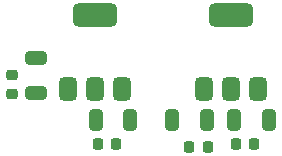
<source format=gbr>
%TF.GenerationSoftware,KiCad,Pcbnew,8.0.5*%
%TF.CreationDate,2024-12-20T11:35:35-05:00*%
%TF.ProjectId,mc3_afe,6d63335f-6166-4652-9e6b-696361645f70,rev?*%
%TF.SameCoordinates,Original*%
%TF.FileFunction,Paste,Bot*%
%TF.FilePolarity,Positive*%
%FSLAX46Y46*%
G04 Gerber Fmt 4.6, Leading zero omitted, Abs format (unit mm)*
G04 Created by KiCad (PCBNEW 8.0.5) date 2024-12-20 11:35:35*
%MOMM*%
%LPD*%
G01*
G04 APERTURE LIST*
G04 Aperture macros list*
%AMRoundRect*
0 Rectangle with rounded corners*
0 $1 Rounding radius*
0 $2 $3 $4 $5 $6 $7 $8 $9 X,Y pos of 4 corners*
0 Add a 4 corners polygon primitive as box body*
4,1,4,$2,$3,$4,$5,$6,$7,$8,$9,$2,$3,0*
0 Add four circle primitives for the rounded corners*
1,1,$1+$1,$2,$3*
1,1,$1+$1,$4,$5*
1,1,$1+$1,$6,$7*
1,1,$1+$1,$8,$9*
0 Add four rect primitives between the rounded corners*
20,1,$1+$1,$2,$3,$4,$5,0*
20,1,$1+$1,$4,$5,$6,$7,0*
20,1,$1+$1,$6,$7,$8,$9,0*
20,1,$1+$1,$8,$9,$2,$3,0*%
G04 Aperture macros list end*
%ADD10RoundRect,0.250000X0.325000X0.650000X-0.325000X0.650000X-0.325000X-0.650000X0.325000X-0.650000X0*%
%ADD11RoundRect,0.225000X-0.250000X0.225000X-0.250000X-0.225000X0.250000X-0.225000X0.250000X0.225000X0*%
%ADD12RoundRect,0.250000X-0.325000X-0.650000X0.325000X-0.650000X0.325000X0.650000X-0.325000X0.650000X0*%
%ADD13RoundRect,0.225000X-0.225000X-0.250000X0.225000X-0.250000X0.225000X0.250000X-0.225000X0.250000X0*%
%ADD14RoundRect,0.225000X0.225000X0.250000X-0.225000X0.250000X-0.225000X-0.250000X0.225000X-0.250000X0*%
%ADD15RoundRect,0.375000X0.375000X-0.625000X0.375000X0.625000X-0.375000X0.625000X-0.375000X-0.625000X0*%
%ADD16RoundRect,0.500000X1.400000X-0.500000X1.400000X0.500000X-1.400000X0.500000X-1.400000X-0.500000X0*%
%ADD17RoundRect,0.250000X0.650000X-0.325000X0.650000X0.325000X-0.650000X0.325000X-0.650000X-0.325000X0*%
G04 APERTURE END LIST*
D10*
%TO.C,C13*%
X161975000Y-96250000D03*
X159025000Y-96250000D03*
%TD*%
D11*
%TO.C,C18*%
X145500000Y-92475000D03*
X145500000Y-94025000D03*
%TD*%
D12*
%TO.C,C20*%
X152550000Y-96250000D03*
X155500000Y-96250000D03*
%TD*%
D13*
%TO.C,C15*%
X160475000Y-98500000D03*
X162025000Y-98500000D03*
%TD*%
D14*
%TO.C,C19*%
X154300000Y-98250000D03*
X152750000Y-98250000D03*
%TD*%
D15*
%TO.C,U13*%
X154800000Y-93650000D03*
X152500000Y-93650000D03*
D16*
X152500000Y-87350000D03*
D15*
X150200000Y-93650000D03*
%TD*%
D12*
%TO.C,C14*%
X164250000Y-96250000D03*
X167200000Y-96250000D03*
%TD*%
D17*
%TO.C,C17*%
X147500000Y-93975000D03*
X147500000Y-91025000D03*
%TD*%
D15*
%TO.C,U9*%
X166300000Y-93650000D03*
X164000000Y-93650000D03*
D16*
X164000000Y-87350000D03*
D15*
X161700000Y-93650000D03*
%TD*%
D14*
%TO.C,C16*%
X166000000Y-98250000D03*
X164450000Y-98250000D03*
%TD*%
M02*

</source>
